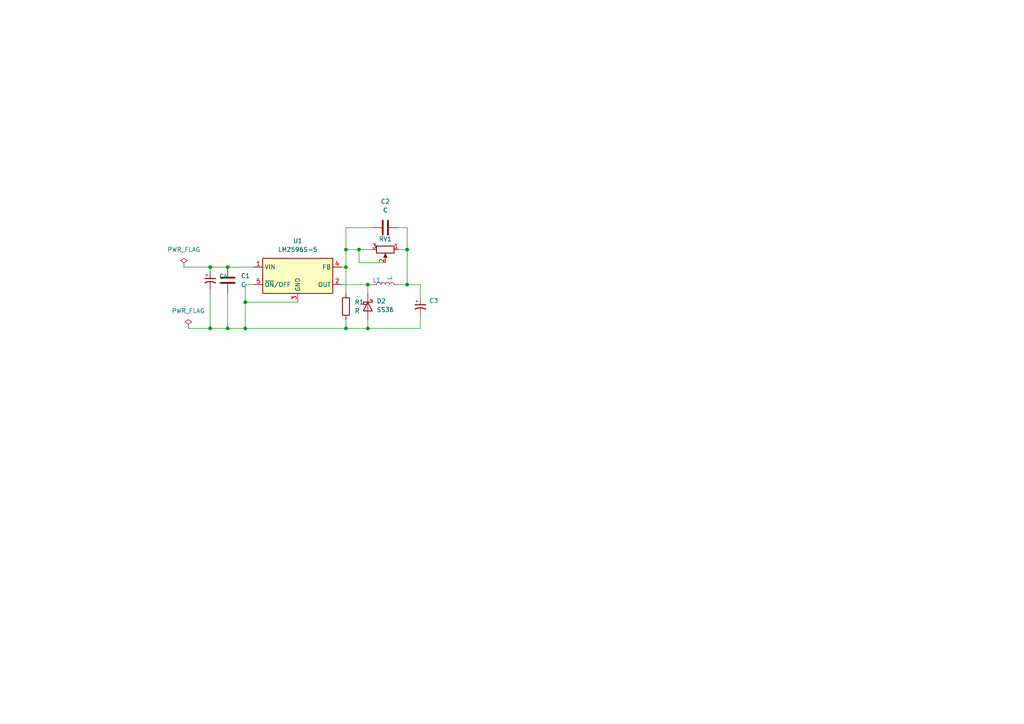
<source format=kicad_sch>
(kicad_sch (version 20231120) (generator "eeschema") (generator_version "8.0")
  (paper "A4")
  (lib_symbols
    (symbol "Device:C" (pin_numbers hide) (pin_names (offset 0.254))
      (property "Reference" "C" (at 0.635 2.54 0))
      (property "Value" "C" (at 0.635 -2.54 0))
      (symbol "C_0_1"
        (polyline (pts (xy -2.032 -0.762) (xy 2.032 -0.762)) (stroke (width 0.508)))
        (polyline (pts (xy -2.032 0.762) (xy 2.032 0.762)) (stroke (width 0.508)))
      )
      (symbol "C_1_1"
        (pin passive line (at 0 3.81 270) (length 2.794) (name "~") (number "1"))
        (pin passive line (at 0 -3.81 90) (length 2.794) (name "~") (number "2"))
      )
    )
    (symbol "Device:C_Polarized_Small_US" (pin_numbers hide) (pin_names (offset 0.254) hide)
      (property "Reference" "C" (at 0.254 1.778 0))
      (property "Value" "C_Polarized_Small_US" (at 0.254 -2.032 0))
      (symbol "C_Polarized_Small_US_0_1"
        (polyline (pts (xy -1.524 0.508) (xy 1.524 0.508)) (stroke (width 0.3048)))
        (polyline (pts (xy -1.27 1.524) (xy -0.762 1.524)))
        (polyline (pts (xy -1.016 1.27) (xy -1.016 1.778)))
        (arc (start 1.524 -0.762) (mid 0 -0.3734) (end -1.524 -0.762) (stroke (width 0.3048)))
      )
      (symbol "C_Polarized_Small_US_1_1"
        (pin passive line (at 0 2.54 270) (length 2.032) (name "~") (number "1"))
        (pin passive line (at 0 -2.54 90) (length 2.032) (name "~") (number "2"))
      )
    )
    (symbol "Device:L" (pin_numbers hide) (pin_names (offset 1.016) hide)
      (property "Reference" "L" (at -1.27 0 90))
      (property "Value" "L" (at 1.905 0 90))
      (symbol "L_0_1"
        (arc (start 0 -2.54) (mid 0.6323 -1.905) (end 0 -1.27))
        (arc (start 0 -1.27) (mid 0.6323 -0.635) (end 0 0))
        (arc (start 0 0) (mid 0.6323 0.635) (end 0 1.27))
        (arc (start 0 1.27) (mid 0.6323 1.905) (end 0 2.54))
      )
      (symbol "L_1_1"
        (pin passive line (at 0 3.81 270) (length 1.27) (name "1") (number "1"))
        (pin passive line (at 0 -3.81 90) (length 1.27) (name "2") (number "2"))
      )
    )
    (symbol "Device:R" (pin_numbers hide) (pin_names (offset 0))
      (property "Reference" "R" (at 2.032 0 90))
      (property "Value" "R" (at 0 0 90))
      (symbol "R_0_1"
        (rectangle (start -1.016 -2.54) (end 1.016 2.54) (stroke (width 0.254)))
      )
      (symbol "R_1_1"
        (pin passive line (at 0 3.81 270) (length 1.27) (name "~") (number "1"))
        (pin passive line (at 0 -3.81 90) (length 1.27) (name "~") (number "2"))
      )
    )
    (symbol "Device:R_Potentiometer" (pin_names (offset 1.016) hide)
      (property "Reference" "RV" (at -4.445 0 90))
      (property "Value" "R_Potentiometer" (at -2.54 0 90))
      (symbol "R_Potentiometer_0_1"
        (polyline (pts (xy 2.54 0) (xy 1.524 0)))
        (polyline (pts (xy 1.143 0) (xy 2.286 0.508) (xy 2.286 -0.508) (xy 1.143 0)) (fill (type outline)))
        (rectangle (start 1.016 2.54) (end -1.016 -2.54) (stroke (width 0.254)))
      )
      (symbol "R_Potentiometer_1_1"
        (pin passive line (at 0 3.81 270) (length 1.27) (name "1") (number "1"))
        (pin passive line (at 3.81 0 180) (length 1.27) (name "2") (number "2"))
        (pin passive line (at 0 -3.81 90) (length 1.27) (name "3") (number "3"))
      )
    )
    (symbol "Diode:SS36" (pin_numbers hide) (pin_names (offset 1.016) hide)
      (property "Reference" "D" (at 0 2.54 0))
      (property "Value" "SS36" (at 0 -2.54 0))
      (symbol "SS36_0_1"
        (polyline (pts (xy 1.27 0) (xy -1.27 0)))
        (polyline (pts (xy 1.27 1.27) (xy 1.27 -1.27) (xy -1.27 0) (xy 1.27 1.27)) (stroke (width 0.254)))
        (polyline (pts (xy -1.905 0.635) (xy -1.905 1.27) (xy -1.27 1.27) (xy -1.27 -1.27) (xy -0.635 -1.27) (xy -0.635 -0.635)) (stroke (width 0.254)))
      )
      (symbol "SS36_1_1"
        (pin passive line (at -3.81 0 0) (length 2.54) (name "K") (number "1"))
        (pin passive line (at 3.81 0 180) (length 2.54) (name "A") (number "2"))
      )
    )
    (symbol "Regulator_Switching:LM2596S-5"
      (property "Reference" "U" (at -10.16 6.35 0))
      (property "Value" "LM2596S-5" (at 0 6.35 0))
      (symbol "LM2596S-5_0_1"
        (rectangle (start -10.16 5.08) (end 10.16 -5.08) (stroke (width 0.254)) (fill (type background)))
      )
      (symbol "LM2596S-5_1_1"
        (pin power_in line (at -12.7 2.54 0) (length 2.54) (name "VIN") (number "1"))
        (pin output line (at 12.7 -2.54 180) (length 2.54) (name "OUT") (number "2"))
        (pin power_in line (at 0 -7.62 90) (length 2.54) (name "GND") (number "3"))
        (pin input line (at 12.7 2.54 180) (length 2.54) (name "FB") (number "4"))
        (pin input line (at -12.7 -2.54 0) (length 2.54) (name "~{ON}/OFF") (number "5"))
      )
    )
    (symbol "power:PWR_FLAG" (power) (pin_numbers hide) (pin_names (offset 0) hide)
      (property "Value" "PWR_FLAG" (at 0 3.81 0))
      (symbol "PWR_FLAG_0_0"
        (pin power_out line (at 0 0 90) (length 0) (name "~") (number "1"))
      )
      (symbol "PWR_FLAG_0_1"
        (polyline (pts (xy 0 0) (xy 0 1.27) (xy -1.016 1.905) (xy 0 2.54) (xy 1.016 1.905) (xy 0 1.27)))
      )
    )
  )
  (junction (at 106.68 95.25))
  (junction (at 118.11 82.55))
  (junction (at 66.04 77.47))
  (junction (at 60.96 77.47))
  (junction (at 100.33 72.39))
  (junction (at 60.96 95.25))
  (junction (at 66.04 95.25))
  (junction (at 104.14 72.39))
  (junction (at 71.12 87.63))
  (junction (at 100.33 95.25))
  (junction (at 100.33 77.47))
  (junction (at 71.12 95.25))
  (junction (at 118.11 72.39))
  (junction (at 106.68 82.55))
  (wire (pts (xy 99.06 77.47) (xy 100.33 77.47)))
  (wire (pts (xy 100.33 72.39) (xy 100.33 77.47)))
  (wire (pts (xy 53.34 77.47) (xy 60.96 77.47)))
  (wire (pts (xy 60.96 77.47) (xy 66.04 77.47)))
  (wire (pts (xy 100.33 77.47) (xy 100.33 85.09)))
  (wire (pts (xy 104.14 76.2) (xy 104.14 72.39)))
  (wire (pts (xy 111.76 76.2) (xy 104.14 76.2)))
  (wire (pts (xy 104.14 72.39) (xy 100.33 72.39)))
  (wire (pts (xy 71.12 82.55) (xy 71.12 87.63)))
  (wire (pts (xy 60.96 77.47) (xy 60.96 78.74)))
  (wire (pts (xy 115.57 66.04) (xy 118.11 66.04)))
  (wire (pts (xy 106.68 95.25) (xy 100.33 95.25)))
  (wire (pts (xy 99.06 82.55) (xy 106.68 82.55)))
  (wire (pts (xy 73.66 82.55) (xy 71.12 82.55)))
  (wire (pts (xy 60.96 83.82) (xy 60.96 95.25)))
  (wire (pts (xy 60.96 95.25) (xy 66.04 95.25)))
  (wire (pts (xy 121.92 91.44) (xy 121.92 95.25)))
  (wire (pts (xy 115.57 72.39) (xy 118.11 72.39)))
  (wire (pts (xy 54.61 95.25) (xy 60.96 95.25)))
  (wire (pts (xy 121.92 95.25) (xy 106.68 95.25)))
  (wire (pts (xy 106.68 82.55) (xy 106.68 85.09)))
  (wire (pts (xy 115.57 82.55) (xy 118.11 82.55)))
  (wire (pts (xy 100.33 92.71) (xy 100.33 95.25)))
  (wire (pts (xy 106.68 82.55) (xy 107.95 82.55)))
  (wire (pts (xy 71.12 87.63) (xy 86.36 87.63)))
  (wire (pts (xy 118.11 72.39) (xy 118.11 82.55)))
  (wire (pts (xy 106.68 92.71) (xy 106.68 95.25)))
  (wire (pts (xy 107.95 72.39) (xy 104.14 72.39)))
  (wire (pts (xy 66.04 77.47) (xy 73.66 77.47)))
  (wire (pts (xy 118.11 82.55) (xy 121.92 82.55)))
  (wire (pts (xy 100.33 66.04) (xy 100.33 72.39)))
  (wire (pts (xy 121.92 82.55) (xy 121.92 86.36)))
  (wire (pts (xy 71.12 87.63) (xy 71.12 95.25)))
  (wire (pts (xy 107.95 66.04) (xy 100.33 66.04)))
  (wire (pts (xy 66.04 95.25) (xy 71.12 95.25)))
  (wire (pts (xy 66.04 85.09) (xy 66.04 95.25)))
  (wire (pts (xy 71.12 95.25) (xy 100.33 95.25)))
  (wire (pts (xy 118.11 66.04) (xy 118.11 72.39)))
  (symbol (lib_id "power:PWR_FLAG") (at 54.61 95.25 0) (unit 1)
    (property "Reference" "#FLG02" (effects (hide yes)))
    (property "Value" "PWR_FLAG" (at 54.61 90.17 0))
    (property "Description" "Special symbol for telling ERC where power comes from" (effects (hide yes)))
  )
  (symbol (lib_id "Regulator_Switching:LM2596S-5") (at 86.36 80.01 0) (unit 1)
    (property "Reference" "U1" (at 86.36 69.85 0))
    (property "Value" "LM2596S-5" (at 86.36 72.39 0))
    (property "Footprint" "Package_TO_SOT_SMD:TO-263-5_TabPin3" (effects (hide yes)))
    (property "Datasheet" "http://www.ti.com/lit/ds/symlink/lm2596.pdf" (effects (hide yes)))
    (property "Description" "5V 3A Step-Down Voltage Regulator, TO-263" (effects (hide yes)))
  )
  (symbol (lib_id "Device:C") (at 66.04 81.28 0) (unit 1)
    (property "Reference" "C1" (at 69.85 80.0099 0) (effects (justify left)))
    (property "Value" "C" (at 69.85 82.5499 0) (effects (justify left)))
    (property "Description" "Unpolarized capacitor" (effects (hide yes)))
  )
  (symbol (lib_id "Device:R_Potentiometer") (at 111.76 72.39 270) (unit 1)
    (property "Reference" "RV1" (at 111.76 69.342 90))
    (property "Value" "R_Potentiometer" (effects (hide yes)))
    (property "Description" "Potentiometer" (effects (hide yes)))
  )
  (symbol (lib_id "power:PWR_FLAG") (at 53.34 77.47 0) (unit 1)
    (property "Reference" "#FLG01" (effects (hide yes)))
    (property "Value" "PWR_FLAG" (at 53.34 72.39 0))
    (property "Description" "Special symbol for telling ERC where power comes from" (effects (hide yes)))
  )
  (symbol (lib_id "Device:C_Polarized_Small_US") (at 60.96 81.28 0) (unit 1)
    (property "Reference" "C4" (at 63.5 80.2131 0) (effects (justify left)))
    (property "Value" "~" (at 63.5 82.1182 0) (effects (justify left)))
    (property "Description" "Polarized capacitor, small US symbol" (effects (hide yes)))
  )
  (symbol (lib_id "Device:R") (at 100.33 88.9 0) (unit 1)
    (property "Reference" "R1" (at 102.87 87.6299 0) (effects (justify left)))
    (property "Value" "R" (at 102.87 90.1699 0) (effects (justify left)))
    (property "Description" "Resistor" (effects (hide yes)))
  )
  (symbol (lib_id "Device:C") (at 111.76 66.04 90) (unit 1)
    (property "Reference" "C2" (at 111.76 58.42 90))
    (property "Value" "C" (at 111.76 60.96 90))
    (property "Description" "Unpolarized capacitor" (effects (hide yes)))
  )
  (symbol (lib_id "Diode:SS36") (at 106.68 88.9 270) (unit 1)
    (property "Reference" "D2" (at 109.22 87.3124 90) (effects (justify left)))
    (property "Value" "SS36" (at 109.22 89.8524 90) (effects (justify left)))
    (property "Footprint" "Diode_SMD:D_SMA" (effects (hide yes)))
    (property "Datasheet" "https://www.vishay.com/docs/88751/ss32.pdf" (effects (hide yes)))
    (property "Description" "60V 3A Schottky Diode, SMA" (effects (hide yes)))
  )
  (symbol (lib_id "Device:C_Polarized_Small_US") (at 121.92 88.9 0) (unit 1)
    (property "Reference" "C3" (at 124.46 87.1981 0) (effects (justify left)))
    (property "Value" "C_Polarized_Small_US" (effects (hide yes)))
    (property "Description" "Polarized capacitor, small US symbol" (effects (hide yes)))
  )
  (symbol (lib_id "Device:L") (at 111.76 82.55 90) (unit 1)
    (property "Reference" "L1" (at 110.4899 81.28 90) (effects (justify left)))
    (property "Value" "L" (at 113.0299 81.28 0) (effects (justify left)))
    (property "Description" "Inductor" (effects (hide yes)))
  )
)
</source>
